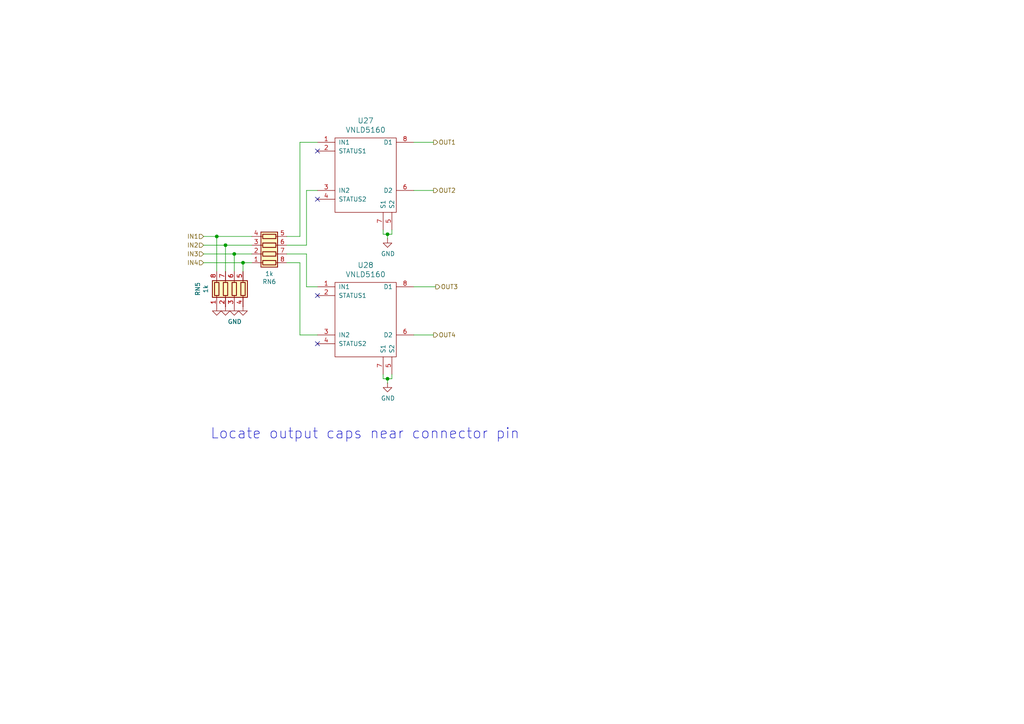
<source format=kicad_sch>
(kicad_sch (version 20250114) (generator "eeschema") (generator_version "9.0")
  (paper "A4")
  (title_block (title "rusEfi Proteus") (date "2022-04-09") (rev "v0.7") (company "rusEFI") (comment 1 "github.com/mck1117/proteus") (comment 2 "rusefi.com/s/proteus"))
  (lib_symbols
    (symbol "Device:R_Pack04" (pin_names (offset 0) (hide yes))
      (property "Reference" "RN" (at -7.62 0 90))
      (property "Value" "R_Pack04" (at 5.08 0 90))
      (symbol "R_Pack04_0_1"
        (rectangle (start -6.35 -2.413) (end 3.81 2.413) (stroke (width 0.254)) (fill (type background)))
        (rectangle (start -5.715 1.905) (end -4.445 -1.905) (stroke (width 0.254)))
        (polyline (pts (xy -5.08 1.905) (xy -5.08 2.54)))
        (polyline (pts (xy -5.08 -2.54) (xy -5.08 -1.905)))
        (rectangle (start -3.175 1.905) (end -1.905 -1.905) (stroke (width 0.254)))
        (polyline (pts (xy -2.54 1.905) (xy -2.54 2.54)))
        (polyline (pts (xy -2.54 -2.54) (xy -2.54 -1.905)))
        (rectangle (start -0.635 1.905) (end 0.635 -1.905) (stroke (width 0.254)))
        (polyline (pts (xy 0 1.905) (xy 0 2.54)))
        (polyline (pts (xy 0 -2.54) (xy 0 -1.905)))
        (rectangle (start 1.905 1.905) (end 3.175 -1.905) (stroke (width 0.254)))
        (polyline (pts (xy 2.54 1.905) (xy 2.54 2.54)))
        (polyline (pts (xy 2.54 -2.54) (xy 2.54 -1.905)))
      )
      (symbol "R_Pack04_1_1"
        (pin passive line (at -5.08 5.08 270) (length 2.54) (name "R1.2") (number "8"))
        (pin passive line (at -5.08 -5.08 90) (length 2.54) (name "R1.1") (number "1"))
        (pin passive line (at -2.54 5.08 270) (length 2.54) (name "R2.2") (number "7"))
        (pin passive line (at -2.54 -5.08 90) (length 2.54) (name "R2.1") (number "2"))
        (pin passive line (at 0 5.08 270) (length 2.54) (name "R3.2") (number "6"))
        (pin passive line (at 0 -5.08 90) (length 2.54) (name "R3.1") (number "3"))
        (pin passive line (at 2.54 5.08 270) (length 2.54) (name "R4.2") (number "5"))
        (pin passive line (at 2.54 -5.08 90) (length 2.54) (name "R4.1") (number "4"))
      )
    )
    (symbol "power:GND" (power) (pin_numbers (hide yes)) (pin_names (offset 0) (hide yes))
      (property "Value" "GND" (at 0 -3.81 0))
      (symbol "GND_0_1"
        (polyline (pts (xy 0 0) (xy 0 -1.27) (xy 1.27 -1.27) (xy 0 -2.54) (xy -1.27 -1.27) (xy 0 -1.27)))
      )
      (symbol "GND_1_1"
        (pin power_in line (at 0 0 270) (length 0) (name "~") (number "1"))
      )
    )
    (symbol "vnld5090:VNLD5090" (pin_names (offset 1.016))
      (property "Reference" "U" (at -6.35 12.7 0))
      (property "Value" "VNLD5090" (at -2.54 -11.43 0))
      (symbol "VNLD5090_0_1"
        (rectangle (start -8.89 11.43) (end 8.89 -10.16))
      )
      (symbol "VNLD5090_1_1"
        (pin input line (at -13.97 10.16 0) (length 5.08) (name "IN1") (number "1"))
        (pin open_collector line (at -13.97 7.62 0) (length 5.08) (name "STATUS1") (number "2"))
        (pin input line (at -13.97 -3.81 0) (length 5.08) (name "IN2") (number "3"))
        (pin open_collector line (at -13.97 -6.35 0) (length 5.08) (name "STATUS2") (number "4"))
        (pin power_in line (at 5.08 -15.24 90) (length 5.08) (name "S1") (number "7"))
        (pin power_in line (at 7.62 -15.24 90) (length 5.08) (name "S2") (number "5"))
        (pin power_out line (at 13.97 10.16 180) (length 5.08) (name "D1") (number "8"))
        (pin power_out line (at 13.97 -3.81 180) (length 5.08) (name "D2") (number "6"))
      )
    )
  )
  (text "Locate output caps near connector pin" (at 60.96 127.635 0) (effects (font (size 2.9972 2.9972)) (justify left bottom)))
  (junction (at 62.865 68.58))
  (junction (at 112.395 109.855))
  (junction (at 65.405 71.12))
  (junction (at 112.395 67.945))
  (junction (at 67.945 73.66))
  (junction (at 70.485 76.2))
  (no_connect (at 92.075 57.785))
  (no_connect (at 92.075 43.815))
  (no_connect (at 92.075 85.725))
  (no_connect (at 92.075 99.695))
  (wire (pts (xy 88.9 55.245) (xy 92.075 55.245)))
  (wire (pts (xy 112.395 69.215) (xy 112.395 67.945)))
  (wire (pts (xy 59.055 76.2) (xy 70.485 76.2)))
  (wire (pts (xy 112.395 109.855) (xy 111.125 109.855)))
  (wire (pts (xy 112.395 67.945) (xy 111.125 67.945)))
  (wire (pts (xy 62.865 68.58) (xy 62.865 78.74)))
  (wire (pts (xy 86.995 76.2) (xy 86.995 97.155)))
  (wire (pts (xy 92.075 41.275) (xy 86.995 41.275)))
  (wire (pts (xy 112.395 111.125) (xy 112.395 109.855)))
  (wire (pts (xy 83.185 71.12) (xy 88.9 71.12)))
  (wire (pts (xy 70.485 78.74) (xy 70.485 76.2)))
  (wire (pts (xy 111.125 109.855) (xy 111.125 108.585)))
  (wire (pts (xy 111.125 67.945) (xy 111.125 66.675)))
  (wire (pts (xy 120.015 83.185) (xy 126.365 83.185)))
  (wire (pts (xy 65.405 78.74) (xy 65.405 71.12)))
  (wire (pts (xy 86.995 41.275) (xy 86.995 68.58)))
  (wire (pts (xy 83.185 73.66) (xy 88.9 73.66)))
  (wire (pts (xy 113.665 109.855) (xy 113.665 108.585)))
  (wire (pts (xy 59.055 71.12) (xy 65.405 71.12)))
  (wire (pts (xy 112.395 67.945) (xy 113.665 67.945)))
  (wire (pts (xy 83.185 68.58) (xy 86.995 68.58)))
  (wire (pts (xy 86.995 97.155) (xy 92.075 97.155)))
  (wire (pts (xy 120.015 41.275) (xy 125.73 41.275)))
  (wire (pts (xy 73.025 73.66) (xy 67.945 73.66)))
  (wire (pts (xy 88.9 71.12) (xy 88.9 55.245)))
  (wire (pts (xy 59.055 73.66) (xy 67.945 73.66)))
  (wire (pts (xy 67.945 73.66) (xy 67.945 78.74)))
  (wire (pts (xy 88.9 83.185) (xy 92.075 83.185)))
  (wire (pts (xy 120.015 97.155) (xy 125.73 97.155)))
  (wire (pts (xy 65.405 71.12) (xy 73.025 71.12)))
  (wire (pts (xy 113.665 67.945) (xy 113.665 66.675)))
  (wire (pts (xy 83.185 76.2) (xy 86.995 76.2)))
  (wire (pts (xy 112.395 109.855) (xy 113.665 109.855)))
  (wire (pts (xy 73.025 68.58) (xy 62.865 68.58)))
  (wire (pts (xy 59.055 68.58) (xy 62.865 68.58)))
  (wire (pts (xy 88.9 73.66) (xy 88.9 83.185)))
  (wire (pts (xy 70.485 76.2) (xy 73.025 76.2)))
  (wire (pts (xy 120.015 55.245) (xy 125.73 55.245)))
  (hierarchical_label "OUT4" (shape output) (at 125.73 97.155 0))
  (hierarchical_label "OUT2" (shape output) (at 125.73 55.245 0))
  (hierarchical_label "OUT3" (shape output) (at 126.365 83.185 0))
  (hierarchical_label "IN1" (shape input) (at 59.055 68.58 180))
  (hierarchical_label "IN2" (shape input) (at 59.055 71.12 180))
  (hierarchical_label "IN3" (shape input) (at 59.055 73.66 180))
  (hierarchical_label "OUT1" (shape output) (at 125.73 41.275 0))
  (hierarchical_label "IN4" (shape input) (at 59.055 76.2 180))
  (symbol (lib_id "vnld5090:VNLD5090") (at 106.045 51.435 0) (unit 1)
    (property "Reference" "U27" (at 106.045 35.0012 0) (effects (font (size 1.524 1.524))))
    (property "Value" "VNLD5160" (at 106.045 37.6936 0) (effects (font (size 1.524 1.524))))
    (property "Footprint" "Package_SO:SOIC-8_3.9x4.9mm_P1.27mm" (effects (hide yes)))
    (property "Datasheet" "https://www.st.com/resource/en/datasheet/vnld5160-e.pdf" (effects (hide yes)))
    (property "Description" "OMNIFET III fully protected low-side driver for automotive" (effects (hide yes)))
    (property "LCSC" "N/A" (effects (hide yes)))
    (property "PN" "VNLD5160TR-E" (effects (hide yes)))
    (instances (project "proteus" (path "" (reference "U27") (unit 1)) (path "" (reference "U29") (unit 1)) (path "" (reference "U31") (unit 1)) (path "" (reference "U33") (unit 1))))
  )
  (symbol (lib_id "vnld5090:VNLD5090") (at 106.045 93.345 0) (unit 1)
    (property "Reference" "U28" (at 106.045 76.9112 0) (effects (font (size 1.524 1.524))))
    (property "Value" "VNLD5160" (at 106.045 79.6036 0) (effects (font (size 1.524 1.524))))
    (property "Footprint" "Package_SO:SOIC-8_3.9x4.9mm_P1.27mm" (effects (hide yes)))
    (property "Datasheet" "https://www.st.com/resource/en/datasheet/vnld5160-e.pdf" (effects (hide yes)))
    (property "Description" "OMNIFET III fully protected low-side driver for automotive" (effects (hide yes)))
    (property "LCSC" "N/A" (effects (hide yes)))
    (property "PN" "VNLD5160TR-E" (effects (hide yes)))
    (instances (project "proteus" (path "" (reference "U28") (unit 1)) (path "" (reference "U30") (unit 1)) (path "" (reference "U32") (unit 1)) (path "" (reference "U34") (unit 1))))
  )
  (symbol (lib_id "Device:R_Pack04") (at 78.105 71.12 270) (mirror x) (unit 1)
    (property "Reference" "RN6" (at 78.105 81.7118 90))
    (property "Value" "1k" (at 78.105 79.4004 90))
    (property "Footprint" "Resistor_SMD:R_Array_Convex_4x0603" (effects (hide yes)))
    (property "LCSC" "C20197" (effects (hide yes)))
    (property "LCSC_ext" "0" (effects (hide yes)))
    (instances (project "proteus" (path "" (reference "RN6") (unit 1)) (path "" (reference "RN8") (unit 1)) (path "" (reference "RN10") (unit 1)) (path "" (reference "RN12") (unit 1))))
  )
  (symbol (lib_id "Device:R_Pack04") (at 67.945 83.82 0) (unit 1)
    (property "Reference" "RN5" (at 57.3532 83.82 90))
    (property "Value" "1k" (at 59.6646 83.82 90))
    (property "Footprint" "Resistor_SMD:R_Array_Convex_4x0603" (effects (hide yes)))
    (property "LCSC" "C20197" (effects (hide yes)))
    (property "LCSC_ext" "0" (effects (hide yes)))
    (instances (project "proteus" (path "" (reference "RN5") (unit 1)) (path "" (reference "RN7") (unit 1)) (path "" (reference "RN9") (unit 1)) (path "" (reference "RN11") (unit 1))))
  )
  (symbol (lib_id "power:GND") (at 62.865 88.9 0) (unit 1)
    (property "Reference" "#PWR0213" (effects (hide yes)))
    (property "Value" "GND" (effects (hide yes)))
    (property "Description" "Power symbol creates a global label with name \"GND\" , ground" (effects (hide yes)))
    (instances (project "proteus" (path "" (reference "#PWR0213") (unit 1)) (path "" (reference "#PWR0219") (unit 1)) (path "" (reference "#PWR0225") (unit 1)) (path "" (reference "#PWR0231") (unit 1))))
  )
  (symbol (lib_id "power:GND") (at 65.405 88.9 0) (unit 1)
    (property "Reference" "#PWR0214" (effects (hide yes)))
    (property "Value" "GND" (effects (hide yes)))
    (property "Description" "Power symbol creates a global label with name \"GND\" , ground" (effects (hide yes)))
    (instances (project "proteus" (path "" (reference "#PWR0214") (unit 1)) (path "" (reference "#PWR0220") (unit 1)) (path "" (reference "#PWR0226") (unit 1)) (path "" (reference "#PWR0232") (unit 1))))
  )
  (symbol (lib_id "power:GND") (at 67.945 88.9 0) (unit 1)
    (property "Reference" "#PWR0215" (effects (hide yes)))
    (property "Value" "GND" (at 68.072 93.2942 0))
    (property "Description" "Power symbol creates a global label with name \"GND\" , ground" (effects (hide yes)))
    (instances (project "proteus" (path "" (reference "#PWR0215") (unit 1)) (path "" (reference "#PWR0221") (unit 1)) (path "" (reference "#PWR0227") (unit 1)) (path "" (reference "#PWR0233") (unit 1))))
  )
  (symbol (lib_id "power:GND") (at 70.485 88.9 0) (unit 1)
    (property "Reference" "#PWR0216" (effects (hide yes)))
    (property "Value" "GND" (effects (hide yes)))
    (property "Description" "Power symbol creates a global label with name \"GND\" , ground" (effects (hide yes)))
    (instances (project "proteus" (path "" (reference "#PWR0216") (unit 1)) (path "" (reference "#PWR0222") (unit 1)) (path "" (reference "#PWR0228") (unit 1)) (path "" (reference "#PWR0234") (unit 1))))
  )
  (symbol (lib_id "power:GND") (at 112.395 69.215 0) (unit 1)
    (property "Reference" "#PWR0217" (effects (hide yes)))
    (property "Value" "GND" (at 112.522 73.6092 0))
    (property "Description" "Power symbol creates a global label with name \"GND\" , ground" (effects (hide yes)))
    (instances (project "proteus" (path "" (reference "#PWR0217") (unit 1)) (path "" (reference "#PWR0223") (unit 1)) (path "" (reference "#PWR0229") (unit 1)) (path "" (reference "#PWR0235") (unit 1))))
  )
  (symbol (lib_id "power:GND") (at 112.395 111.125 0) (unit 1)
    (property "Reference" "#PWR0218" (effects (hide yes)))
    (property "Value" "GND" (at 112.522 115.5192 0))
    (property "Description" "Power symbol creates a global label with name \"GND\" , ground" (effects (hide yes)))
    (instances (project "proteus" (path "" (reference "#PWR0218") (unit 1)) (path "" (reference "#PWR0224") (unit 1)) (path "" (reference "#PWR0230") (unit 1)) (path "" (reference "#PWR0236") (unit 1))))
  )
)
</source>
